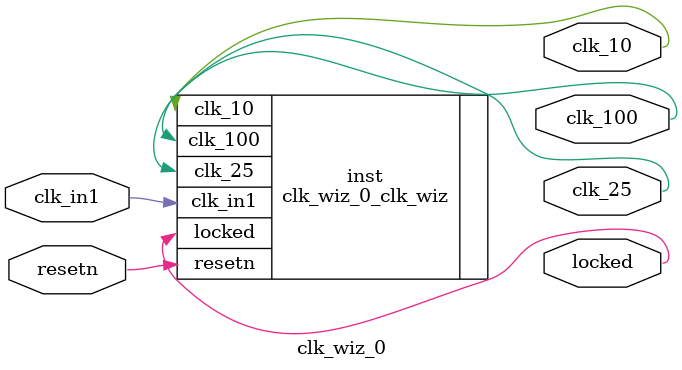
<source format=v>


`timescale 1ps/1ps

(* CORE_GENERATION_INFO = "clk_wiz_0,clk_wiz_v6_0_14_0_0,{component_name=clk_wiz_0,use_phase_alignment=true,use_min_o_jitter=false,use_max_i_jitter=false,use_dyn_phase_shift=false,use_inclk_switchover=false,use_dyn_reconfig=false,enable_axi=0,feedback_source=FDBK_AUTO,PRIMITIVE=PLL,num_out_clk=3,clkin1_period=10.000,clkin2_period=10.000,use_power_down=false,use_reset=true,use_locked=true,use_inclk_stopped=false,feedback_type=SINGLE,CLOCK_MGR_TYPE=NA,manual_override=false}" *)

module clk_wiz_0 
 (
  // Clock out ports
  output        clk_100,
  output        clk_25,
  output        clk_10,
  // Status and control signals
  input         resetn,
  output        locked,
 // Clock in ports
  input         clk_in1
 );

  clk_wiz_0_clk_wiz inst
  (
  // Clock out ports  
  .clk_100(clk_100),
  .clk_25(clk_25),
  .clk_10(clk_10),
  // Status and control signals               
  .resetn(resetn), 
  .locked(locked),
 // Clock in ports
  .clk_in1(clk_in1)
  );

endmodule

</source>
